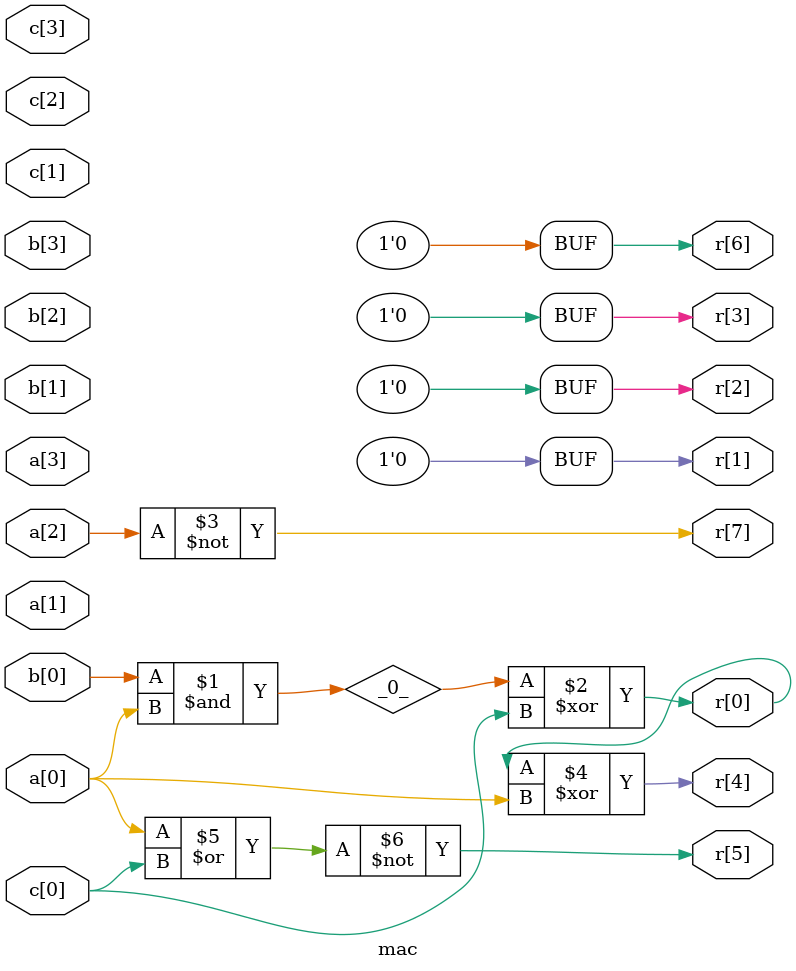
<source format=v>
/* Generated by Yosys 0.18+29 (git sha1 b2408df31, gcc 10.3.0-1ubuntu1~20.04 -fPIC -Os) */

module mac(\a[0] , \a[1] , \a[2] , \a[3] , \b[0] , \b[1] , \b[2] , \b[3] , \c[0] , \c[1] , \c[2] , \c[3] , \r[0] , \r[1] , \r[2] , \r[3] , \r[4] , \r[5] , \r[6] , \r[7] );
  wire _0_;
  input \a[0] ;
  wire \a[0] ;
  input \a[1] ;
  wire \a[1] ;
  input \a[2] ;
  wire \a[2] ;
  input \a[3] ;
  wire \a[3] ;
  input \b[0] ;
  wire \b[0] ;
  input \b[1] ;
  wire \b[1] ;
  input \b[2] ;
  wire \b[2] ;
  input \b[3] ;
  wire \b[3] ;
  input \c[0] ;
  wire \c[0] ;
  input \c[1] ;
  wire \c[1] ;
  input \c[2] ;
  wire \c[2] ;
  input \c[3] ;
  wire \c[3] ;
  output \r[0] ;
  wire \r[0] ;
  output \r[1] ;
  wire \r[1] ;
  output \r[2] ;
  wire \r[2] ;
  output \r[3] ;
  wire \r[3] ;
  output \r[4] ;
  wire \r[4] ;
  output \r[5] ;
  wire \r[5] ;
  output \r[6] ;
  wire \r[6] ;
  output \r[7] ;
  wire \r[7] ;
  assign _0_ = \b[0]  & \a[0] ;
  assign \r[0]  = _0_ ^ \c[0] ;
  assign \r[7]  = ~\a[2] ;
  assign \r[4]  = \r[0]  ^ \a[0] ;
  assign \r[5]  = ~(\a[0]  | \c[0] );
  assign \r[1]  = 1'h0;
  assign \r[2]  = 1'h0;
  assign \r[3]  = 1'h0;
  assign \r[6]  = 1'h0;
endmodule

</source>
